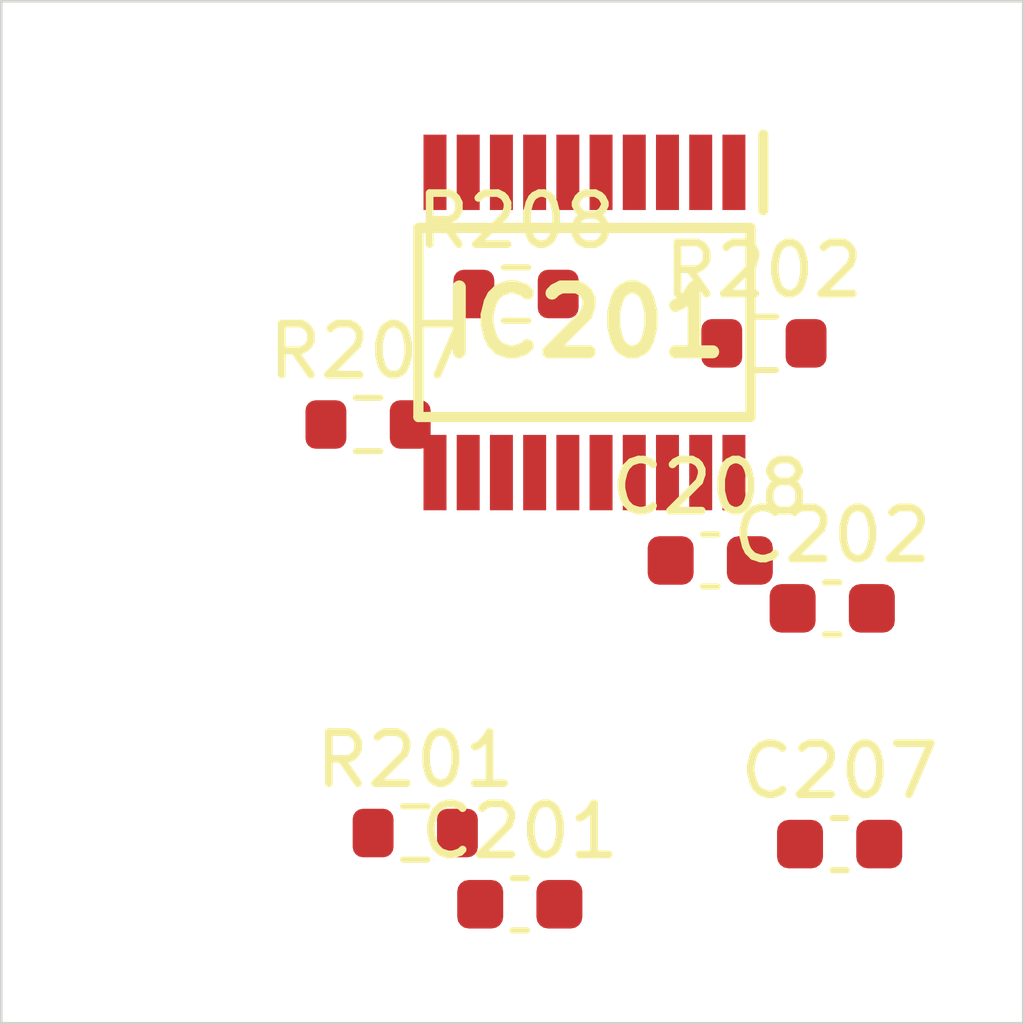
<source format=kicad_pcb>
 ( kicad_pcb  ( version 20171130 )
 ( host pcbnew 5.1.12-84ad8e8a86~92~ubuntu18.04.1 )
 ( general  ( thickness 1.6 )
 ( drawings 4 )
 ( tracks 0 )
 ( zones 0 )
 ( modules 9 )
 ( nets 19 )
)
 ( page A4 )
 ( layers  ( 0 F.Cu signal )
 ( 31 B.Cu signal )
 ( 32 B.Adhes user )
 ( 33 F.Adhes user )
 ( 34 B.Paste user )
 ( 35 F.Paste user )
 ( 36 B.SilkS user )
 ( 37 F.SilkS user )
 ( 38 B.Mask user )
 ( 39 F.Mask user )
 ( 40 Dwgs.User user )
 ( 41 Cmts.User user )
 ( 42 Eco1.User user )
 ( 43 Eco2.User user )
 ( 44 Edge.Cuts user )
 ( 45 Margin user )
 ( 46 B.CrtYd user )
 ( 47 F.CrtYd user )
 ( 48 B.Fab user )
 ( 49 F.Fab user )
)
 ( setup  ( last_trace_width 0.25 )
 ( trace_clearance 0.2 )
 ( zone_clearance 0.508 )
 ( zone_45_only no )
 ( trace_min 0.2 )
 ( via_size 0.8 )
 ( via_drill 0.4 )
 ( via_min_size 0.4 )
 ( via_min_drill 0.3 )
 ( uvia_size 0.3 )
 ( uvia_drill 0.1 )
 ( uvias_allowed no )
 ( uvia_min_size 0.2 )
 ( uvia_min_drill 0.1 )
 ( edge_width 0.05 )
 ( segment_width 0.2 )
 ( pcb_text_width 0.3 )
 ( pcb_text_size 1.5 1.5 )
 ( mod_edge_width 0.12 )
 ( mod_text_size 1 1 )
 ( mod_text_width 0.15 )
 ( pad_size 1.524 1.524 )
 ( pad_drill 0.762 )
 ( pad_to_mask_clearance 0 )
 ( aux_axis_origin 0 0 )
 ( visible_elements FFFFFF7F )
 ( pcbplotparams  ( layerselection 0x010fc_ffffffff )
 ( usegerberextensions false )
 ( usegerberattributes true )
 ( usegerberadvancedattributes true )
 ( creategerberjobfile true )
 ( excludeedgelayer true )
 ( linewidth 0.100000 )
 ( plotframeref false )
 ( viasonmask false )
 ( mode 1 )
 ( useauxorigin false )
 ( hpglpennumber 1 )
 ( hpglpenspeed 20 )
 ( hpglpendiameter 15.000000 )
 ( psnegative false )
 ( psa4output false )
 ( plotreference true )
 ( plotvalue true )
 ( plotinvisibletext false )
 ( padsonsilk false )
 ( subtractmaskfromsilk false )
 ( outputformat 1 )
 ( mirror false )
 ( drillshape 1 )
 ( scaleselection 1 )
 ( outputdirectory "" )
)
)
 ( net 0 "" )
 ( net 1 GND )
 ( net 2 /Sheet6235D886/ch0 )
 ( net 3 /Sheet6235D886/ch1 )
 ( net 4 /Sheet6235D886/ch2 )
 ( net 5 /Sheet6235D886/ch3 )
 ( net 6 /Sheet6235D886/ch4 )
 ( net 7 /Sheet6235D886/ch5 )
 ( net 8 /Sheet6235D886/ch6 )
 ( net 9 /Sheet6235D886/ch7 )
 ( net 10 VDD )
 ( net 11 VDDA )
 ( net 12 /Sheet6235D886/adc_csn )
 ( net 13 /Sheet6235D886/adc_sck )
 ( net 14 /Sheet6235D886/adc_sdi )
 ( net 15 /Sheet6235D886/adc_sdo )
 ( net 16 /Sheet6235D886/vp )
 ( net 17 /Sheet6248AD22/chn0 )
 ( net 18 /Sheet6248AD22/chn3 )
 ( net_class Default "This is the default net class."  ( clearance 0.2 )
 ( trace_width 0.25 )
 ( via_dia 0.8 )
 ( via_drill 0.4 )
 ( uvia_dia 0.3 )
 ( uvia_drill 0.1 )
 ( add_net /Sheet6235D886/adc_csn )
 ( add_net /Sheet6235D886/adc_sck )
 ( add_net /Sheet6235D886/adc_sdi )
 ( add_net /Sheet6235D886/adc_sdo )
 ( add_net /Sheet6235D886/ch0 )
 ( add_net /Sheet6235D886/ch1 )
 ( add_net /Sheet6235D886/ch2 )
 ( add_net /Sheet6235D886/ch3 )
 ( add_net /Sheet6235D886/ch4 )
 ( add_net /Sheet6235D886/ch5 )
 ( add_net /Sheet6235D886/ch6 )
 ( add_net /Sheet6235D886/ch7 )
 ( add_net /Sheet6235D886/vp )
 ( add_net /Sheet6248AD22/chn0 )
 ( add_net /Sheet6248AD22/chn3 )
 ( add_net GND )
 ( add_net VDD )
 ( add_net VDDA )
)
 ( module Capacitor_SMD:C_0603_1608Metric  ( layer F.Cu )
 ( tedit 5F68FEEE )
 ( tstamp 6234222D )
 ( at 90.148000 117.672000 )
 ( descr "Capacitor SMD 0603 (1608 Metric), square (rectangular) end terminal, IPC_7351 nominal, (Body size source: IPC-SM-782 page 76, https://www.pcb-3d.com/wordpress/wp-content/uploads/ipc-sm-782a_amendment_1_and_2.pdf), generated with kicad-footprint-generator" )
 ( tags capacitor )
 ( path /6235D887/623691C5 )
 ( attr smd )
 ( fp_text reference C201  ( at 0 -1.43 )
 ( layer F.SilkS )
 ( effects  ( font  ( size 1 1 )
 ( thickness 0.15 )
)
)
)
 ( fp_text value 0.1uF  ( at 0 1.43 )
 ( layer F.Fab )
 ( effects  ( font  ( size 1 1 )
 ( thickness 0.15 )
)
)
)
 ( fp_line  ( start -0.8 0.4 )
 ( end -0.8 -0.4 )
 ( layer F.Fab )
 ( width 0.1 )
)
 ( fp_line  ( start -0.8 -0.4 )
 ( end 0.8 -0.4 )
 ( layer F.Fab )
 ( width 0.1 )
)
 ( fp_line  ( start 0.8 -0.4 )
 ( end 0.8 0.4 )
 ( layer F.Fab )
 ( width 0.1 )
)
 ( fp_line  ( start 0.8 0.4 )
 ( end -0.8 0.4 )
 ( layer F.Fab )
 ( width 0.1 )
)
 ( fp_line  ( start -0.14058 -0.51 )
 ( end 0.14058 -0.51 )
 ( layer F.SilkS )
 ( width 0.12 )
)
 ( fp_line  ( start -0.14058 0.51 )
 ( end 0.14058 0.51 )
 ( layer F.SilkS )
 ( width 0.12 )
)
 ( fp_line  ( start -1.48 0.73 )
 ( end -1.48 -0.73 )
 ( layer F.CrtYd )
 ( width 0.05 )
)
 ( fp_line  ( start -1.48 -0.73 )
 ( end 1.48 -0.73 )
 ( layer F.CrtYd )
 ( width 0.05 )
)
 ( fp_line  ( start 1.48 -0.73 )
 ( end 1.48 0.73 )
 ( layer F.CrtYd )
 ( width 0.05 )
)
 ( fp_line  ( start 1.48 0.73 )
 ( end -1.48 0.73 )
 ( layer F.CrtYd )
 ( width 0.05 )
)
 ( fp_text user %R  ( at 0 0 )
 ( layer F.Fab )
 ( effects  ( font  ( size 0.4 0.4 )
 ( thickness 0.06 )
)
)
)
 ( pad 2 smd roundrect  ( at 0.775 0 )
 ( size 0.9 0.95 )
 ( layers F.Cu F.Mask F.Paste )
 ( roundrect_rratio 0.25 )
 ( net 1 GND )
)
 ( pad 1 smd roundrect  ( at -0.775 0 )
 ( size 0.9 0.95 )
 ( layers F.Cu F.Mask F.Paste )
 ( roundrect_rratio 0.25 )
 ( net 2 /Sheet6235D886/ch0 )
)
 ( model ${KISYS3DMOD}/Capacitor_SMD.3dshapes/C_0603_1608Metric.wrl  ( at  ( xyz 0 0 0 )
)
 ( scale  ( xyz 1 1 1 )
)
 ( rotate  ( xyz 0 0 0 )
)
)
)
 ( module Capacitor_SMD:C_0603_1608Metric  ( layer F.Cu )
 ( tedit 5F68FEEE )
 ( tstamp 6234223E )
 ( at 96.262600 111.881000 )
 ( descr "Capacitor SMD 0603 (1608 Metric), square (rectangular) end terminal, IPC_7351 nominal, (Body size source: IPC-SM-782 page 76, https://www.pcb-3d.com/wordpress/wp-content/uploads/ipc-sm-782a_amendment_1_and_2.pdf), generated with kicad-footprint-generator" )
 ( tags capacitor )
 ( path /6235D887/62369EE0 )
 ( attr smd )
 ( fp_text reference C202  ( at 0 -1.43 )
 ( layer F.SilkS )
 ( effects  ( font  ( size 1 1 )
 ( thickness 0.15 )
)
)
)
 ( fp_text value 0.1uF  ( at 0 1.43 )
 ( layer F.Fab )
 ( effects  ( font  ( size 1 1 )
 ( thickness 0.15 )
)
)
)
 ( fp_line  ( start 1.48 0.73 )
 ( end -1.48 0.73 )
 ( layer F.CrtYd )
 ( width 0.05 )
)
 ( fp_line  ( start 1.48 -0.73 )
 ( end 1.48 0.73 )
 ( layer F.CrtYd )
 ( width 0.05 )
)
 ( fp_line  ( start -1.48 -0.73 )
 ( end 1.48 -0.73 )
 ( layer F.CrtYd )
 ( width 0.05 )
)
 ( fp_line  ( start -1.48 0.73 )
 ( end -1.48 -0.73 )
 ( layer F.CrtYd )
 ( width 0.05 )
)
 ( fp_line  ( start -0.14058 0.51 )
 ( end 0.14058 0.51 )
 ( layer F.SilkS )
 ( width 0.12 )
)
 ( fp_line  ( start -0.14058 -0.51 )
 ( end 0.14058 -0.51 )
 ( layer F.SilkS )
 ( width 0.12 )
)
 ( fp_line  ( start 0.8 0.4 )
 ( end -0.8 0.4 )
 ( layer F.Fab )
 ( width 0.1 )
)
 ( fp_line  ( start 0.8 -0.4 )
 ( end 0.8 0.4 )
 ( layer F.Fab )
 ( width 0.1 )
)
 ( fp_line  ( start -0.8 -0.4 )
 ( end 0.8 -0.4 )
 ( layer F.Fab )
 ( width 0.1 )
)
 ( fp_line  ( start -0.8 0.4 )
 ( end -0.8 -0.4 )
 ( layer F.Fab )
 ( width 0.1 )
)
 ( fp_text user %R  ( at 0 0 )
 ( layer F.Fab )
 ( effects  ( font  ( size 0.4 0.4 )
 ( thickness 0.06 )
)
)
)
 ( pad 1 smd roundrect  ( at -0.775 0 )
 ( size 0.9 0.95 )
 ( layers F.Cu F.Mask F.Paste )
 ( roundrect_rratio 0.25 )
 ( net 1 GND )
)
 ( pad 2 smd roundrect  ( at 0.775 0 )
 ( size 0.9 0.95 )
 ( layers F.Cu F.Mask F.Paste )
 ( roundrect_rratio 0.25 )
 ( net 3 /Sheet6235D886/ch1 )
)
 ( model ${KISYS3DMOD}/Capacitor_SMD.3dshapes/C_0603_1608Metric.wrl  ( at  ( xyz 0 0 0 )
)
 ( scale  ( xyz 1 1 1 )
)
 ( rotate  ( xyz 0 0 0 )
)
)
)
 ( module Capacitor_SMD:C_0603_1608Metric  ( layer F.Cu )
 ( tedit 5F68FEEE )
 ( tstamp 62342293 )
 ( at 96.407200 116.495000 )
 ( descr "Capacitor SMD 0603 (1608 Metric), square (rectangular) end terminal, IPC_7351 nominal, (Body size source: IPC-SM-782 page 76, https://www.pcb-3d.com/wordpress/wp-content/uploads/ipc-sm-782a_amendment_1_and_2.pdf), generated with kicad-footprint-generator" )
 ( tags capacitor )
 ( path /6235D887/6238B3FE )
 ( attr smd )
 ( fp_text reference C207  ( at 0 -1.43 )
 ( layer F.SilkS )
 ( effects  ( font  ( size 1 1 )
 ( thickness 0.15 )
)
)
)
 ( fp_text value 0.1uF  ( at 0 1.43 )
 ( layer F.Fab )
 ( effects  ( font  ( size 1 1 )
 ( thickness 0.15 )
)
)
)
 ( fp_line  ( start -0.8 0.4 )
 ( end -0.8 -0.4 )
 ( layer F.Fab )
 ( width 0.1 )
)
 ( fp_line  ( start -0.8 -0.4 )
 ( end 0.8 -0.4 )
 ( layer F.Fab )
 ( width 0.1 )
)
 ( fp_line  ( start 0.8 -0.4 )
 ( end 0.8 0.4 )
 ( layer F.Fab )
 ( width 0.1 )
)
 ( fp_line  ( start 0.8 0.4 )
 ( end -0.8 0.4 )
 ( layer F.Fab )
 ( width 0.1 )
)
 ( fp_line  ( start -0.14058 -0.51 )
 ( end 0.14058 -0.51 )
 ( layer F.SilkS )
 ( width 0.12 )
)
 ( fp_line  ( start -0.14058 0.51 )
 ( end 0.14058 0.51 )
 ( layer F.SilkS )
 ( width 0.12 )
)
 ( fp_line  ( start -1.48 0.73 )
 ( end -1.48 -0.73 )
 ( layer F.CrtYd )
 ( width 0.05 )
)
 ( fp_line  ( start -1.48 -0.73 )
 ( end 1.48 -0.73 )
 ( layer F.CrtYd )
 ( width 0.05 )
)
 ( fp_line  ( start 1.48 -0.73 )
 ( end 1.48 0.73 )
 ( layer F.CrtYd )
 ( width 0.05 )
)
 ( fp_line  ( start 1.48 0.73 )
 ( end -1.48 0.73 )
 ( layer F.CrtYd )
 ( width 0.05 )
)
 ( fp_text user %R  ( at 0 0 )
 ( layer F.Fab )
 ( effects  ( font  ( size 0.4 0.4 )
 ( thickness 0.06 )
)
)
)
 ( pad 2 smd roundrect  ( at 0.775 0 )
 ( size 0.9 0.95 )
 ( layers F.Cu F.Mask F.Paste )
 ( roundrect_rratio 0.25 )
 ( net 1 GND )
)
 ( pad 1 smd roundrect  ( at -0.775 0 )
 ( size 0.9 0.95 )
 ( layers F.Cu F.Mask F.Paste )
 ( roundrect_rratio 0.25 )
 ( net 8 /Sheet6235D886/ch6 )
)
 ( model ${KISYS3DMOD}/Capacitor_SMD.3dshapes/C_0603_1608Metric.wrl  ( at  ( xyz 0 0 0 )
)
 ( scale  ( xyz 1 1 1 )
)
 ( rotate  ( xyz 0 0 0 )
)
)
)
 ( module Capacitor_SMD:C_0603_1608Metric  ( layer F.Cu )
 ( tedit 5F68FEEE )
 ( tstamp 623422A4 )
 ( at 93.875200 110.944000 )
 ( descr "Capacitor SMD 0603 (1608 Metric), square (rectangular) end terminal, IPC_7351 nominal, (Body size source: IPC-SM-782 page 76, https://www.pcb-3d.com/wordpress/wp-content/uploads/ipc-sm-782a_amendment_1_and_2.pdf), generated with kicad-footprint-generator" )
 ( tags capacitor )
 ( path /6235D887/6238B404 )
 ( attr smd )
 ( fp_text reference C208  ( at 0 -1.43 )
 ( layer F.SilkS )
 ( effects  ( font  ( size 1 1 )
 ( thickness 0.15 )
)
)
)
 ( fp_text value 0.1uF  ( at 0 1.43 )
 ( layer F.Fab )
 ( effects  ( font  ( size 1 1 )
 ( thickness 0.15 )
)
)
)
 ( fp_line  ( start 1.48 0.73 )
 ( end -1.48 0.73 )
 ( layer F.CrtYd )
 ( width 0.05 )
)
 ( fp_line  ( start 1.48 -0.73 )
 ( end 1.48 0.73 )
 ( layer F.CrtYd )
 ( width 0.05 )
)
 ( fp_line  ( start -1.48 -0.73 )
 ( end 1.48 -0.73 )
 ( layer F.CrtYd )
 ( width 0.05 )
)
 ( fp_line  ( start -1.48 0.73 )
 ( end -1.48 -0.73 )
 ( layer F.CrtYd )
 ( width 0.05 )
)
 ( fp_line  ( start -0.14058 0.51 )
 ( end 0.14058 0.51 )
 ( layer F.SilkS )
 ( width 0.12 )
)
 ( fp_line  ( start -0.14058 -0.51 )
 ( end 0.14058 -0.51 )
 ( layer F.SilkS )
 ( width 0.12 )
)
 ( fp_line  ( start 0.8 0.4 )
 ( end -0.8 0.4 )
 ( layer F.Fab )
 ( width 0.1 )
)
 ( fp_line  ( start 0.8 -0.4 )
 ( end 0.8 0.4 )
 ( layer F.Fab )
 ( width 0.1 )
)
 ( fp_line  ( start -0.8 -0.4 )
 ( end 0.8 -0.4 )
 ( layer F.Fab )
 ( width 0.1 )
)
 ( fp_line  ( start -0.8 0.4 )
 ( end -0.8 -0.4 )
 ( layer F.Fab )
 ( width 0.1 )
)
 ( fp_text user %R  ( at 0 0 )
 ( layer F.Fab )
 ( effects  ( font  ( size 0.4 0.4 )
 ( thickness 0.06 )
)
)
)
 ( pad 1 smd roundrect  ( at -0.775 0 )
 ( size 0.9 0.95 )
 ( layers F.Cu F.Mask F.Paste )
 ( roundrect_rratio 0.25 )
 ( net 1 GND )
)
 ( pad 2 smd roundrect  ( at 0.775 0 )
 ( size 0.9 0.95 )
 ( layers F.Cu F.Mask F.Paste )
 ( roundrect_rratio 0.25 )
 ( net 9 /Sheet6235D886/ch7 )
)
 ( model ${KISYS3DMOD}/Capacitor_SMD.3dshapes/C_0603_1608Metric.wrl  ( at  ( xyz 0 0 0 )
)
 ( scale  ( xyz 1 1 1 )
)
 ( rotate  ( xyz 0 0 0 )
)
)
)
 ( module MCP3564R-E_ST:SOP65P640X120-20N locked  ( layer F.Cu )
 ( tedit 623351C2 )
 ( tstamp 623423D6 )
 ( at 91.413300 106.286000 270.000000 )
 ( descr "20-Lead Plastic Thin Shrink Small Outline (ST) - 4.4mm body [TSSOP]" )
 ( tags "Integrated Circuit" )
 ( path /6235D887/6235E071 )
 ( attr smd )
 ( fp_text reference IC201  ( at 0 0 )
 ( layer F.SilkS )
 ( effects  ( font  ( size 1.27 1.27 )
 ( thickness 0.254 )
)
)
)
 ( fp_text value MCP3564R-E_ST  ( at 0 0 )
 ( layer F.SilkS )
hide  ( effects  ( font  ( size 1.27 1.27 )
 ( thickness 0.254 )
)
)
)
 ( fp_line  ( start -3.925 -3.55 )
 ( end 3.925 -3.55 )
 ( layer Dwgs.User )
 ( width 0.05 )
)
 ( fp_line  ( start 3.925 -3.55 )
 ( end 3.925 3.55 )
 ( layer Dwgs.User )
 ( width 0.05 )
)
 ( fp_line  ( start 3.925 3.55 )
 ( end -3.925 3.55 )
 ( layer Dwgs.User )
 ( width 0.05 )
)
 ( fp_line  ( start -3.925 3.55 )
 ( end -3.925 -3.55 )
 ( layer Dwgs.User )
 ( width 0.05 )
)
 ( fp_line  ( start -2.2 -3.25 )
 ( end 2.2 -3.25 )
 ( layer Dwgs.User )
 ( width 0.1 )
)
 ( fp_line  ( start 2.2 -3.25 )
 ( end 2.2 3.25 )
 ( layer Dwgs.User )
 ( width 0.1 )
)
 ( fp_line  ( start 2.2 3.25 )
 ( end -2.2 3.25 )
 ( layer Dwgs.User )
 ( width 0.1 )
)
 ( fp_line  ( start -2.2 3.25 )
 ( end -2.2 -3.25 )
 ( layer Dwgs.User )
 ( width 0.1 )
)
 ( fp_line  ( start -2.2 -2.6 )
 ( end -1.55 -3.25 )
 ( layer Dwgs.User )
 ( width 0.1 )
)
 ( fp_line  ( start -1.85 -3.25 )
 ( end 1.85 -3.25 )
 ( layer F.SilkS )
 ( width 0.2 )
)
 ( fp_line  ( start 1.85 -3.25 )
 ( end 1.85 3.25 )
 ( layer F.SilkS )
 ( width 0.2 )
)
 ( fp_line  ( start 1.85 3.25 )
 ( end -1.85 3.25 )
 ( layer F.SilkS )
 ( width 0.2 )
)
 ( fp_line  ( start -1.85 3.25 )
 ( end -1.85 -3.25 )
 ( layer F.SilkS )
 ( width 0.2 )
)
 ( fp_line  ( start -3.675 -3.5 )
 ( end -2.2 -3.5 )
 ( layer F.SilkS )
 ( width 0.2 )
)
 ( pad 1 smd rect  ( at -2.938 -2.925 )
 ( size 0.45 1.475 )
 ( layers F.Cu F.Mask F.Paste )
 ( net 11 VDDA )
)
 ( pad 2 smd rect  ( at -2.938 -2.275 )
 ( size 0.45 1.475 )
 ( layers F.Cu F.Mask F.Paste )
 ( net 1 GND )
)
 ( pad 3 smd rect  ( at -2.938 -1.625 )
 ( size 0.45 1.475 )
 ( layers F.Cu F.Mask F.Paste )
 ( net 1 GND )
)
 ( pad 4 smd rect  ( at -2.938 -0.975 )
 ( size 0.45 1.475 )
 ( layers F.Cu F.Mask F.Paste )
)
 ( pad 5 smd rect  ( at -2.938 -0.325 )
 ( size 0.45 1.475 )
 ( layers F.Cu F.Mask F.Paste )
 ( net 2 /Sheet6235D886/ch0 )
)
 ( pad 6 smd rect  ( at -2.938 0.325 )
 ( size 0.45 1.475 )
 ( layers F.Cu F.Mask F.Paste )
 ( net 3 /Sheet6235D886/ch1 )
)
 ( pad 7 smd rect  ( at -2.938 0.975 )
 ( size 0.45 1.475 )
 ( layers F.Cu F.Mask F.Paste )
 ( net 4 /Sheet6235D886/ch2 )
)
 ( pad 8 smd rect  ( at -2.938 1.625 )
 ( size 0.45 1.475 )
 ( layers F.Cu F.Mask F.Paste )
 ( net 5 /Sheet6235D886/ch3 )
)
 ( pad 9 smd rect  ( at -2.938 2.275 )
 ( size 0.45 1.475 )
 ( layers F.Cu F.Mask F.Paste )
 ( net 6 /Sheet6235D886/ch4 )
)
 ( pad 10 smd rect  ( at -2.938 2.925 )
 ( size 0.45 1.475 )
 ( layers F.Cu F.Mask F.Paste )
 ( net 7 /Sheet6235D886/ch5 )
)
 ( pad 11 smd rect  ( at 2.938 2.925 )
 ( size 0.45 1.475 )
 ( layers F.Cu F.Mask F.Paste )
 ( net 8 /Sheet6235D886/ch6 )
)
 ( pad 12 smd rect  ( at 2.938 2.275 )
 ( size 0.45 1.475 )
 ( layers F.Cu F.Mask F.Paste )
 ( net 9 /Sheet6235D886/ch7 )
)
 ( pad 13 smd rect  ( at 2.938 1.625 )
 ( size 0.45 1.475 )
 ( layers F.Cu F.Mask F.Paste )
 ( net 12 /Sheet6235D886/adc_csn )
)
 ( pad 14 smd rect  ( at 2.938 0.975 )
 ( size 0.45 1.475 )
 ( layers F.Cu F.Mask F.Paste )
 ( net 13 /Sheet6235D886/adc_sck )
)
 ( pad 15 smd rect  ( at 2.938 0.325 )
 ( size 0.45 1.475 )
 ( layers F.Cu F.Mask F.Paste )
 ( net 14 /Sheet6235D886/adc_sdi )
)
 ( pad 16 smd rect  ( at 2.938 -0.325 )
 ( size 0.45 1.475 )
 ( layers F.Cu F.Mask F.Paste )
 ( net 15 /Sheet6235D886/adc_sdo )
)
 ( pad 17 smd rect  ( at 2.938 -0.975 )
 ( size 0.45 1.475 )
 ( layers F.Cu F.Mask F.Paste )
)
 ( pad 18 smd rect  ( at 2.938 -1.625 )
 ( size 0.45 1.475 )
 ( layers F.Cu F.Mask F.Paste )
)
 ( pad 19 smd rect  ( at 2.938 -2.275 )
 ( size 0.45 1.475 )
 ( layers F.Cu F.Mask F.Paste )
 ( net 1 GND )
)
 ( pad 20 smd rect  ( at 2.938 -2.925 )
 ( size 0.45 1.475 )
 ( layers F.Cu F.Mask F.Paste )
 ( net 10 VDD )
)
)
 ( module Resistor_SMD:R_0603_1608Metric  ( layer F.Cu )
 ( tedit 5F68FEEE )
 ( tstamp 6234250D )
 ( at 88.102100 116.278000 )
 ( descr "Resistor SMD 0603 (1608 Metric), square (rectangular) end terminal, IPC_7351 nominal, (Body size source: IPC-SM-782 page 72, https://www.pcb-3d.com/wordpress/wp-content/uploads/ipc-sm-782a_amendment_1_and_2.pdf), generated with kicad-footprint-generator" )
 ( tags resistor )
 ( path /6235D887/623641B7 )
 ( attr smd )
 ( fp_text reference R201  ( at 0 -1.43 )
 ( layer F.SilkS )
 ( effects  ( font  ( size 1 1 )
 ( thickness 0.15 )
)
)
)
 ( fp_text value 1k  ( at 0 1.43 )
 ( layer F.Fab )
 ( effects  ( font  ( size 1 1 )
 ( thickness 0.15 )
)
)
)
 ( fp_line  ( start -0.8 0.4125 )
 ( end -0.8 -0.4125 )
 ( layer F.Fab )
 ( width 0.1 )
)
 ( fp_line  ( start -0.8 -0.4125 )
 ( end 0.8 -0.4125 )
 ( layer F.Fab )
 ( width 0.1 )
)
 ( fp_line  ( start 0.8 -0.4125 )
 ( end 0.8 0.4125 )
 ( layer F.Fab )
 ( width 0.1 )
)
 ( fp_line  ( start 0.8 0.4125 )
 ( end -0.8 0.4125 )
 ( layer F.Fab )
 ( width 0.1 )
)
 ( fp_line  ( start -0.237258 -0.5225 )
 ( end 0.237258 -0.5225 )
 ( layer F.SilkS )
 ( width 0.12 )
)
 ( fp_line  ( start -0.237258 0.5225 )
 ( end 0.237258 0.5225 )
 ( layer F.SilkS )
 ( width 0.12 )
)
 ( fp_line  ( start -1.48 0.73 )
 ( end -1.48 -0.73 )
 ( layer F.CrtYd )
 ( width 0.05 )
)
 ( fp_line  ( start -1.48 -0.73 )
 ( end 1.48 -0.73 )
 ( layer F.CrtYd )
 ( width 0.05 )
)
 ( fp_line  ( start 1.48 -0.73 )
 ( end 1.48 0.73 )
 ( layer F.CrtYd )
 ( width 0.05 )
)
 ( fp_line  ( start 1.48 0.73 )
 ( end -1.48 0.73 )
 ( layer F.CrtYd )
 ( width 0.05 )
)
 ( fp_text user %R  ( at 0 0 )
 ( layer F.Fab )
 ( effects  ( font  ( size 0.4 0.4 )
 ( thickness 0.06 )
)
)
)
 ( pad 2 smd roundrect  ( at 0.825 0 )
 ( size 0.8 0.95 )
 ( layers F.Cu F.Mask F.Paste )
 ( roundrect_rratio 0.25 )
 ( net 16 /Sheet6235D886/vp )
)
 ( pad 1 smd roundrect  ( at -0.825 0 )
 ( size 0.8 0.95 )
 ( layers F.Cu F.Mask F.Paste )
 ( roundrect_rratio 0.25 )
 ( net 2 /Sheet6235D886/ch0 )
)
 ( model ${KISYS3DMOD}/Resistor_SMD.3dshapes/R_0603_1608Metric.wrl  ( at  ( xyz 0 0 0 )
)
 ( scale  ( xyz 1 1 1 )
)
 ( rotate  ( xyz 0 0 0 )
)
)
)
 ( module Resistor_SMD:R_0603_1608Metric  ( layer F.Cu )
 ( tedit 5F68FEEE )
 ( tstamp 6234251E )
 ( at 94.925500 106.695000 )
 ( descr "Resistor SMD 0603 (1608 Metric), square (rectangular) end terminal, IPC_7351 nominal, (Body size source: IPC-SM-782 page 72, https://www.pcb-3d.com/wordpress/wp-content/uploads/ipc-sm-782a_amendment_1_and_2.pdf), generated with kicad-footprint-generator" )
 ( tags resistor )
 ( path /6235D887/6236A646 )
 ( attr smd )
 ( fp_text reference R202  ( at 0 -1.43 )
 ( layer F.SilkS )
 ( effects  ( font  ( size 1 1 )
 ( thickness 0.15 )
)
)
)
 ( fp_text value 1k  ( at 0 1.43 )
 ( layer F.Fab )
 ( effects  ( font  ( size 1 1 )
 ( thickness 0.15 )
)
)
)
 ( fp_line  ( start 1.48 0.73 )
 ( end -1.48 0.73 )
 ( layer F.CrtYd )
 ( width 0.05 )
)
 ( fp_line  ( start 1.48 -0.73 )
 ( end 1.48 0.73 )
 ( layer F.CrtYd )
 ( width 0.05 )
)
 ( fp_line  ( start -1.48 -0.73 )
 ( end 1.48 -0.73 )
 ( layer F.CrtYd )
 ( width 0.05 )
)
 ( fp_line  ( start -1.48 0.73 )
 ( end -1.48 -0.73 )
 ( layer F.CrtYd )
 ( width 0.05 )
)
 ( fp_line  ( start -0.237258 0.5225 )
 ( end 0.237258 0.5225 )
 ( layer F.SilkS )
 ( width 0.12 )
)
 ( fp_line  ( start -0.237258 -0.5225 )
 ( end 0.237258 -0.5225 )
 ( layer F.SilkS )
 ( width 0.12 )
)
 ( fp_line  ( start 0.8 0.4125 )
 ( end -0.8 0.4125 )
 ( layer F.Fab )
 ( width 0.1 )
)
 ( fp_line  ( start 0.8 -0.4125 )
 ( end 0.8 0.4125 )
 ( layer F.Fab )
 ( width 0.1 )
)
 ( fp_line  ( start -0.8 -0.4125 )
 ( end 0.8 -0.4125 )
 ( layer F.Fab )
 ( width 0.1 )
)
 ( fp_line  ( start -0.8 0.4125 )
 ( end -0.8 -0.4125 )
 ( layer F.Fab )
 ( width 0.1 )
)
 ( fp_text user %R  ( at 0 0 )
 ( layer F.Fab )
 ( effects  ( font  ( size 0.4 0.4 )
 ( thickness 0.06 )
)
)
)
 ( pad 1 smd roundrect  ( at -0.825 0 )
 ( size 0.8 0.95 )
 ( layers F.Cu F.Mask F.Paste )
 ( roundrect_rratio 0.25 )
 ( net 3 /Sheet6235D886/ch1 )
)
 ( pad 2 smd roundrect  ( at 0.825 0 )
 ( size 0.8 0.95 )
 ( layers F.Cu F.Mask F.Paste )
 ( roundrect_rratio 0.25 )
 ( net 17 /Sheet6248AD22/chn0 )
)
 ( model ${KISYS3DMOD}/Resistor_SMD.3dshapes/R_0603_1608Metric.wrl  ( at  ( xyz 0 0 0 )
)
 ( scale  ( xyz 1 1 1 )
)
 ( rotate  ( xyz 0 0 0 )
)
)
)
 ( module Resistor_SMD:R_0603_1608Metric  ( layer F.Cu )
 ( tedit 5F68FEEE )
 ( tstamp 62342573 )
 ( at 87.178600 108.283000 )
 ( descr "Resistor SMD 0603 (1608 Metric), square (rectangular) end terminal, IPC_7351 nominal, (Body size source: IPC-SM-782 page 72, https://www.pcb-3d.com/wordpress/wp-content/uploads/ipc-sm-782a_amendment_1_and_2.pdf), generated with kicad-footprint-generator" )
 ( tags resistor )
 ( path /6235D887/6238B3F8 )
 ( attr smd )
 ( fp_text reference R207  ( at 0 -1.43 )
 ( layer F.SilkS )
 ( effects  ( font  ( size 1 1 )
 ( thickness 0.15 )
)
)
)
 ( fp_text value 1k  ( at 0 1.43 )
 ( layer F.Fab )
 ( effects  ( font  ( size 1 1 )
 ( thickness 0.15 )
)
)
)
 ( fp_line  ( start -0.8 0.4125 )
 ( end -0.8 -0.4125 )
 ( layer F.Fab )
 ( width 0.1 )
)
 ( fp_line  ( start -0.8 -0.4125 )
 ( end 0.8 -0.4125 )
 ( layer F.Fab )
 ( width 0.1 )
)
 ( fp_line  ( start 0.8 -0.4125 )
 ( end 0.8 0.4125 )
 ( layer F.Fab )
 ( width 0.1 )
)
 ( fp_line  ( start 0.8 0.4125 )
 ( end -0.8 0.4125 )
 ( layer F.Fab )
 ( width 0.1 )
)
 ( fp_line  ( start -0.237258 -0.5225 )
 ( end 0.237258 -0.5225 )
 ( layer F.SilkS )
 ( width 0.12 )
)
 ( fp_line  ( start -0.237258 0.5225 )
 ( end 0.237258 0.5225 )
 ( layer F.SilkS )
 ( width 0.12 )
)
 ( fp_line  ( start -1.48 0.73 )
 ( end -1.48 -0.73 )
 ( layer F.CrtYd )
 ( width 0.05 )
)
 ( fp_line  ( start -1.48 -0.73 )
 ( end 1.48 -0.73 )
 ( layer F.CrtYd )
 ( width 0.05 )
)
 ( fp_line  ( start 1.48 -0.73 )
 ( end 1.48 0.73 )
 ( layer F.CrtYd )
 ( width 0.05 )
)
 ( fp_line  ( start 1.48 0.73 )
 ( end -1.48 0.73 )
 ( layer F.CrtYd )
 ( width 0.05 )
)
 ( fp_text user %R  ( at 0 0 )
 ( layer F.Fab )
 ( effects  ( font  ( size 0.4 0.4 )
 ( thickness 0.06 )
)
)
)
 ( pad 2 smd roundrect  ( at 0.825 0 )
 ( size 0.8 0.95 )
 ( layers F.Cu F.Mask F.Paste )
 ( roundrect_rratio 0.25 )
 ( net 16 /Sheet6235D886/vp )
)
 ( pad 1 smd roundrect  ( at -0.825 0 )
 ( size 0.8 0.95 )
 ( layers F.Cu F.Mask F.Paste )
 ( roundrect_rratio 0.25 )
 ( net 8 /Sheet6235D886/ch6 )
)
 ( model ${KISYS3DMOD}/Resistor_SMD.3dshapes/R_0603_1608Metric.wrl  ( at  ( xyz 0 0 0 )
)
 ( scale  ( xyz 1 1 1 )
)
 ( rotate  ( xyz 0 0 0 )
)
)
)
 ( module Resistor_SMD:R_0603_1608Metric  ( layer F.Cu )
 ( tedit 5F68FEEE )
 ( tstamp 62342584 )
 ( at 90.074100 105.729000 )
 ( descr "Resistor SMD 0603 (1608 Metric), square (rectangular) end terminal, IPC_7351 nominal, (Body size source: IPC-SM-782 page 72, https://www.pcb-3d.com/wordpress/wp-content/uploads/ipc-sm-782a_amendment_1_and_2.pdf), generated with kicad-footprint-generator" )
 ( tags resistor )
 ( path /6235D887/6238B40A )
 ( attr smd )
 ( fp_text reference R208  ( at 0 -1.43 )
 ( layer F.SilkS )
 ( effects  ( font  ( size 1 1 )
 ( thickness 0.15 )
)
)
)
 ( fp_text value 1k  ( at 0 1.43 )
 ( layer F.Fab )
 ( effects  ( font  ( size 1 1 )
 ( thickness 0.15 )
)
)
)
 ( fp_line  ( start 1.48 0.73 )
 ( end -1.48 0.73 )
 ( layer F.CrtYd )
 ( width 0.05 )
)
 ( fp_line  ( start 1.48 -0.73 )
 ( end 1.48 0.73 )
 ( layer F.CrtYd )
 ( width 0.05 )
)
 ( fp_line  ( start -1.48 -0.73 )
 ( end 1.48 -0.73 )
 ( layer F.CrtYd )
 ( width 0.05 )
)
 ( fp_line  ( start -1.48 0.73 )
 ( end -1.48 -0.73 )
 ( layer F.CrtYd )
 ( width 0.05 )
)
 ( fp_line  ( start -0.237258 0.5225 )
 ( end 0.237258 0.5225 )
 ( layer F.SilkS )
 ( width 0.12 )
)
 ( fp_line  ( start -0.237258 -0.5225 )
 ( end 0.237258 -0.5225 )
 ( layer F.SilkS )
 ( width 0.12 )
)
 ( fp_line  ( start 0.8 0.4125 )
 ( end -0.8 0.4125 )
 ( layer F.Fab )
 ( width 0.1 )
)
 ( fp_line  ( start 0.8 -0.4125 )
 ( end 0.8 0.4125 )
 ( layer F.Fab )
 ( width 0.1 )
)
 ( fp_line  ( start -0.8 -0.4125 )
 ( end 0.8 -0.4125 )
 ( layer F.Fab )
 ( width 0.1 )
)
 ( fp_line  ( start -0.8 0.4125 )
 ( end -0.8 -0.4125 )
 ( layer F.Fab )
 ( width 0.1 )
)
 ( fp_text user %R  ( at 0 0 )
 ( layer F.Fab )
 ( effects  ( font  ( size 0.4 0.4 )
 ( thickness 0.06 )
)
)
)
 ( pad 1 smd roundrect  ( at -0.825 0 )
 ( size 0.8 0.95 )
 ( layers F.Cu F.Mask F.Paste )
 ( roundrect_rratio 0.25 )
 ( net 9 /Sheet6235D886/ch7 )
)
 ( pad 2 smd roundrect  ( at 0.825 0 )
 ( size 0.8 0.95 )
 ( layers F.Cu F.Mask F.Paste )
 ( roundrect_rratio 0.25 )
 ( net 18 /Sheet6248AD22/chn3 )
)
 ( model ${KISYS3DMOD}/Resistor_SMD.3dshapes/R_0603_1608Metric.wrl  ( at  ( xyz 0 0 0 )
)
 ( scale  ( xyz 1 1 1 )
)
 ( rotate  ( xyz 0 0 0 )
)
)
)
 ( gr_line  ( start 100 100 )
 ( end 100 120 )
 ( layer Edge.Cuts )
 ( width 0.05 )
 ( tstamp 62E770C4 )
)
 ( gr_line  ( start 80 120 )
 ( end 100 120 )
 ( layer Edge.Cuts )
 ( width 0.05 )
 ( tstamp 62E770C0 )
)
 ( gr_line  ( start 80 100 )
 ( end 100 100 )
 ( layer Edge.Cuts )
 ( width 0.05 )
 ( tstamp 6234110C )
)
 ( gr_line  ( start 80 100 )
 ( end 80 120 )
 ( layer Edge.Cuts )
 ( width 0.05 )
)
)

</source>
